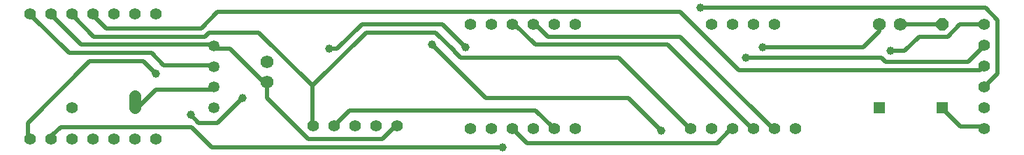
<source format=gbr>
G04 EAGLE Gerber RS-274X export*
G75*
%MOMM*%
%FSLAX34Y34*%
%LPD*%
%INBottom Copper*%
%IPPOS*%
%AMOC8*
5,1,8,0,0,1.08239X$1,22.5*%
G01*
G04 Define Apertures*
%ADD10C,1.408000*%
%ADD11C,1.408000*%
%ADD12C,1.575000*%
%ADD13C,1.348000*%
%ADD14R,1.408000X1.408000*%
%ADD15P,1.64956X8X22.5*%
%ADD16C,0.500000*%
%ADD17C,1.000000*%
D10*
X838200Y38100D03*
X863600Y38100D03*
X889000Y38100D03*
X914400Y38100D03*
X939800Y38100D03*
X965200Y38100D03*
X863600Y165100D03*
X889000Y165100D03*
X914400Y165100D03*
X939800Y165100D03*
X571500Y165100D03*
X596900Y165100D03*
X622300Y165100D03*
X647700Y165100D03*
X673100Y165100D03*
X698500Y165100D03*
X698500Y38100D03*
X673100Y38100D03*
X647700Y38100D03*
X622300Y38100D03*
X596900Y38100D03*
X571500Y38100D03*
X38100Y177800D03*
X63500Y177800D03*
X88900Y177800D03*
X114300Y177800D03*
X139700Y177800D03*
X165100Y177800D03*
X190500Y177800D03*
X190500Y25400D03*
X165100Y25400D03*
X139700Y25400D03*
X114300Y25400D03*
X88900Y25400D03*
X63500Y25400D03*
X38100Y25400D03*
X88900Y63500D03*
D11*
X165100Y63500D02*
X165100Y77580D01*
D10*
X381000Y40900D03*
X406400Y40900D03*
X431800Y40900D03*
X457200Y40900D03*
X482600Y40900D03*
X1193800Y38100D03*
X1193800Y63500D03*
X1193800Y88900D03*
X1193800Y114300D03*
X1193800Y139700D03*
X1193800Y165100D03*
D12*
X1066800Y165100D03*
X1091800Y165100D03*
X324865Y119235D03*
X324865Y94235D03*
D13*
X260915Y63500D03*
X260915Y88500D03*
X260915Y113500D03*
X260915Y138500D03*
D14*
X1066800Y63500D03*
X1143000Y63500D03*
D15*
X1143000Y165100D03*
D16*
X35000Y45000D02*
X35000Y30000D01*
X35000Y45000D02*
X110000Y120000D01*
X175000Y120000D01*
X190000Y105000D01*
X232300Y55000D02*
X242300Y45000D01*
X265000Y45000D01*
X295000Y75000D01*
X38100Y25400D02*
X35000Y30000D01*
D17*
X190000Y105000D03*
X232300Y55000D03*
X295000Y75000D03*
D16*
X65000Y30000D02*
X63500Y25400D01*
D17*
X610000Y15160D03*
D16*
X233218Y39940D02*
X74940Y39940D01*
X65000Y30000D01*
X233218Y39940D02*
X258158Y15000D01*
X609840Y15000D02*
X610000Y15160D01*
X609840Y15000D02*
X258158Y15000D01*
X1190000Y135000D02*
X1193800Y139700D01*
D17*
X905000Y123800D03*
D16*
X1069408Y123800D02*
X1074408Y118800D01*
X1069408Y123800D02*
X905000Y123800D01*
X1173800Y118800D02*
X1190000Y135000D01*
X1173800Y118800D02*
X1074408Y118800D01*
X425000Y60000D02*
X410000Y45000D01*
X425000Y60000D02*
X650000Y60000D01*
X670000Y40000D01*
X410000Y45000D02*
X406400Y40900D01*
X670000Y40000D02*
X673100Y38100D01*
X1210000Y105000D02*
X1210000Y170000D01*
X1210000Y105000D02*
X1195000Y90000D01*
X1193800Y88900D01*
D17*
X850000Y184740D03*
D16*
X1195260Y184740D02*
X1210000Y170000D01*
X1195260Y184740D02*
X850000Y184740D01*
X590000Y75000D02*
X525000Y140000D01*
X590000Y75000D02*
X762300Y75000D01*
X802300Y35000D01*
D17*
X525000Y140000D03*
X802300Y35000D03*
D16*
X130000Y160000D02*
X115000Y175000D01*
X130000Y160000D02*
X245000Y160000D01*
X265000Y180000D01*
X825000Y180000D01*
X115000Y175000D02*
X114300Y177800D01*
X1188300Y108800D02*
X1193800Y114300D01*
X1188300Y108800D02*
X896200Y108800D01*
X825000Y180000D01*
X115000Y150000D02*
X90000Y175000D01*
X115000Y150000D02*
X250000Y150000D01*
X255000Y155000D01*
X315000Y155000D01*
X380000Y90000D01*
X380000Y45000D01*
X90000Y175000D02*
X88900Y177800D01*
X380000Y45000D02*
X381000Y40900D01*
X380000Y90000D02*
X445000Y155000D01*
X835000Y40000D02*
X838200Y38100D01*
X1080000Y132300D02*
X1097300Y132300D01*
D17*
X1080000Y132300D03*
D16*
X559408Y123800D02*
X551500Y131708D01*
X529092Y155000D02*
X445000Y155000D01*
X529092Y155000D02*
X551500Y132592D01*
X551500Y131708D01*
X751200Y123800D02*
X835000Y40000D01*
X751200Y123800D02*
X559408Y123800D01*
X1193700Y165000D02*
X1193800Y165100D01*
X1114980Y149980D02*
X1097300Y132300D01*
X1164283Y165000D02*
X1193700Y165000D01*
X1149263Y149980D02*
X1114980Y149980D01*
X1149263Y149980D02*
X1164283Y165000D01*
X280000Y135000D02*
X265000Y135000D01*
X280000Y135000D02*
X320000Y95000D01*
X265000Y135000D02*
X260915Y138500D01*
X320000Y95000D02*
X324865Y94235D01*
X100000Y140000D02*
X65000Y175000D01*
X100000Y140000D02*
X260000Y140000D01*
X65000Y175000D02*
X63500Y177800D01*
X260000Y140000D02*
X260915Y138500D01*
X1165000Y40000D02*
X1190000Y40000D01*
X1165000Y40000D02*
X1145000Y60000D01*
X1190000Y40000D02*
X1193800Y38100D01*
X1145000Y60000D02*
X1143000Y63500D01*
X885000Y35000D02*
X870000Y20000D01*
X640000Y20000D01*
X625000Y35000D01*
X885000Y35000D02*
X889000Y38100D01*
X625000Y35000D02*
X622300Y38100D01*
X325000Y75000D02*
X325000Y90000D01*
X325000Y75000D02*
X375000Y25000D01*
X465000Y25000D01*
X480000Y40000D01*
X325000Y90000D02*
X324865Y94235D01*
X480000Y40000D02*
X482600Y40900D01*
X1091800Y165100D02*
X1143000Y165100D01*
X935000Y40000D02*
X825000Y150000D01*
X665000Y150000D01*
X650000Y165000D01*
X935000Y40000D02*
X939800Y38100D01*
X650000Y165000D02*
X647700Y165100D01*
X810000Y140000D02*
X910000Y40000D01*
X810000Y140000D02*
X650000Y140000D01*
X625000Y165000D01*
X910000Y40000D02*
X914400Y38100D01*
X625000Y165000D02*
X622300Y165100D01*
X410000Y135000D02*
X400000Y135000D01*
X410000Y135000D02*
X440000Y165000D01*
X537300Y165000D01*
X565000Y137300D01*
X925000Y137300D02*
X1047300Y137300D01*
X1066611Y156611D01*
X1066800Y165100D01*
D17*
X400000Y135000D03*
X565000Y137300D03*
X925000Y137300D03*
D16*
X260000Y85000D02*
X190000Y85000D01*
X170000Y65000D01*
X260000Y85000D02*
X260915Y88500D01*
X170000Y65000D02*
X165100Y63500D01*
X200000Y115000D02*
X260000Y115000D01*
X200000Y115000D02*
X185000Y130000D01*
X85000Y130000D01*
X40000Y175000D01*
X260000Y115000D02*
X260915Y113500D01*
X40000Y175000D02*
X38100Y177800D01*
M02*

</source>
